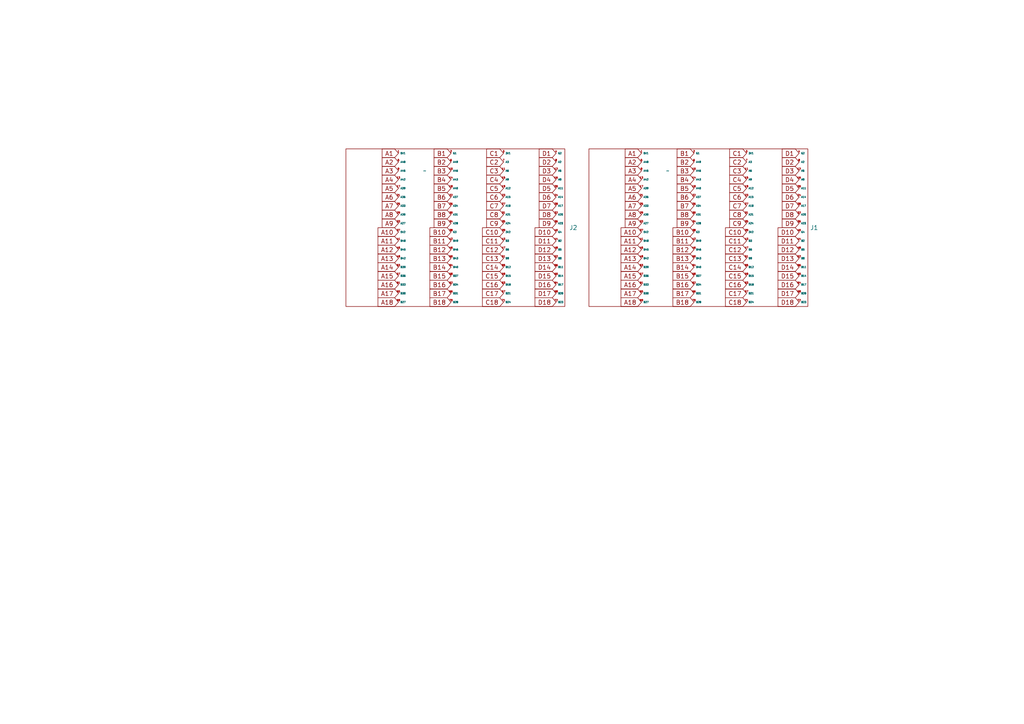
<source format=kicad_sch>
(kicad_sch (version 20230121) (generator eeschema)
  (paper "A4")
  (lib_symbols
    (symbol "POKEY:Proto_Con"
      (property "Reference" "J" (at -30.48 24.13 0))
      (symbol "Proto_Con_0_1"
        (rectangle (start -31.75 22.86) (end 31.75 -22.86))
      )
      (symbol "Proto_Con_1_1"
        (pin passive line (at -16.51 21.59 0) (length 0) (name "5V1") (number "1"))
        (pin passive line (at -1.27 16.51 0) (length 0) (name "A46") (number "10"))
        (pin passive line (at 13.97 16.51 0) (length 0) (name "A6") (number "11"))
        (pin passive line (at 29.21 16.51 0) (length 0) (name "A5") (number "12"))
        (pin passive line (at -16.51 13.97 0) (length 0) (name "A42") (number "13"))
        (pin passive line (at -1.27 13.97 0) (length 0) (name "A43") (number "14"))
        (pin passive line (at 13.97 13.97 0) (length 0) (name "A9") (number "15"))
        (pin passive line (at 29.21 13.97 0) (length 0) (name "A8") (number "16"))
        (pin passive line (at -16.51 11.43 0) (length 0) (name "A39") (number "17"))
        (pin passive line (at -1.27 11.43 0) (length 0) (name "A40") (number "18"))
        (pin passive line (at 13.97 11.43 0) (length 0) (name "A12") (number "19"))
        (pin passive line (at -1.27 21.59 0) (length 0) (name "G1") (number "2"))
        (pin passive line (at 29.21 11.43 0) (length 0) (name "A11") (number "20"))
        (pin passive line (at -16.51 8.89 0) (length 0) (name "A36") (number "21"))
        (pin passive line (at -1.27 8.89 0) (length 0) (name "A37") (number "22"))
        (pin passive line (at 13.97 8.89 0) (length 0) (name "A15") (number "23"))
        (pin passive line (at 29.21 8.89 0) (length 0) (name "A14") (number "24"))
        (pin passive line (at -16.51 6.35 0) (length 0) (name "A33") (number "25"))
        (pin passive line (at -1.27 6.35 0) (length 0) (name "A34") (number "26"))
        (pin passive line (at 13.97 6.35 0) (length 0) (name "A18") (number "27"))
        (pin passive line (at 29.21 6.35 0) (length 0) (name "A17") (number "28"))
        (pin passive line (at -16.51 3.81 0) (length 0) (name "A30") (number "29"))
        (pin passive line (at 13.97 21.59 0) (length 0) (name "3V1") (number "3"))
        (pin passive line (at -1.27 3.81 0) (length 0) (name "A31") (number "30"))
        (pin passive line (at 13.97 3.81 0) (length 0) (name "A21") (number "31"))
        (pin passive line (at 29.21 3.81 0) (length 0) (name "A20") (number "32"))
        (pin passive line (at -16.51 1.27 0) (length 0) (name "A27") (number "33"))
        (pin passive line (at -1.27 1.27 0) (length 0) (name "A28") (number "34"))
        (pin passive line (at 13.97 1.27 0) (length 0) (name "A24") (number "35"))
        (pin passive line (at 29.21 1.27 0) (length 0) (name "A23") (number "36"))
        (pin passive line (at -16.51 -1.27 0) (length 0) (name "5V2") (number "37"))
        (pin passive line (at -1.27 -1.27 0) (length 0) (name "G3") (number "38"))
        (pin passive line (at 13.97 -1.27 0) (length 0) (name "3V2") (number "39"))
        (pin passive line (at 29.21 21.59 0) (length 0) (name "G2") (number "4"))
        (pin passive line (at 29.21 -1.27 0) (length 0) (name "G4") (number "40"))
        (pin passive line (at -16.51 -3.81 0) (length 0) (name "B48") (number "41"))
        (pin passive line (at -1.27 -3.81 0) (length 0) (name "B49") (number "42"))
        (pin passive line (at 13.97 -3.81 0) (length 0) (name "B3") (number "43"))
        (pin passive line (at 29.21 -3.81 0) (length 0) (name "B2") (number "44"))
        (pin passive line (at -16.51 -6.35 0) (length 0) (name "B45") (number "45"))
        (pin passive line (at -1.27 -6.35 0) (length 0) (name "B46") (number "46"))
        (pin passive line (at 13.97 -6.35 0) (length 0) (name "B6") (number "47"))
        (pin passive line (at 29.21 -6.35 0) (length 0) (name "B5") (number "48"))
        (pin passive line (at -16.51 -8.89 0) (length 0) (name "B42") (number "49"))
        (pin passive line (at -16.51 19.05 0) (length 0) (name "A48") (number "5"))
        (pin passive line (at -1.27 -8.89 0) (length 0) (name "B43") (number "50"))
        (pin passive line (at 13.97 -8.89 0) (length 0) (name "B9") (number "51"))
        (pin passive line (at 29.21 -8.89 0) (length 0) (name "B8") (number "52"))
        (pin passive line (at -16.51 -11.43 0) (length 0) (name "B39") (number "53"))
        (pin passive line (at -1.27 -11.43 0) (length 0) (name "B40") (number "54"))
        (pin passive line (at 13.97 -11.43 0) (length 0) (name "B12") (number "55"))
        (pin passive line (at 29.21 -11.43 0) (length 0) (name "B11") (number "56"))
        (pin passive line (at -16.51 -13.97 0) (length 0) (name "B36") (number "57"))
        (pin passive line (at -1.27 -13.97 0) (length 0) (name "B37") (number "58"))
        (pin passive line (at 13.97 -13.97 0) (length 0) (name "B15") (number "59"))
        (pin passive line (at -1.27 19.05 0) (length 0) (name "A49") (number "6"))
        (pin passive line (at 29.21 -13.97 0) (length 0) (name "B14") (number "60"))
        (pin passive line (at -16.51 -16.51 0) (length 0) (name "B33") (number "61"))
        (pin passive line (at -1.27 -16.51 0) (length 0) (name "B34") (number "62"))
        (pin passive line (at 13.97 -16.51 0) (length 0) (name "B18") (number "63"))
        (pin passive line (at 29.21 -16.51 0) (length 0) (name "B17") (number "64"))
        (pin passive line (at -16.51 -19.05 0) (length 0) (name "B30") (number "65"))
        (pin passive line (at -1.27 -19.05 0) (length 0) (name "B31") (number "66"))
        (pin passive line (at 13.97 -19.05 0) (length 0) (name "B21") (number "67"))
        (pin passive line (at 29.21 -19.05 0) (length 0) (name "B20") (number "68"))
        (pin passive line (at -16.51 -21.59 0) (length 0) (name "B27") (number "69"))
        (pin passive line (at 13.97 19.05 0) (length 0) (name "A3") (number "7"))
        (pin passive line (at -1.27 -21.59 0) (length 0) (name "B28") (number "70"))
        (pin passive line (at 13.97 -21.59 0) (length 0) (name "B24") (number "71"))
        (pin passive line (at 29.21 -21.59 0) (length 0) (name "B23") (number "72"))
        (pin passive line (at 29.21 19.05 0) (length 0) (name "A2") (number "8"))
        (pin passive line (at -16.51 16.51 0) (length 0) (name "A45") (number "9"))
      )
    )
  )
  (global_label "B8" (shape input) (at 130.81 62.23 180) (property "Intersheetrefs" "${INTERSHEET_REFS}" (effects hide)))
  (global_label "D18" (shape input) (at 161.29 87.63 180) (property "Intersheetrefs" "${INTERSHEET_REFS}" (effects hide)))
  (global_label "D5" (shape input) (at 161.29 54.61 180) (property "Intersheetrefs" "${INTERSHEET_REFS}" (effects hide)))
  (global_label "D18" (shape input) (at 231.775 87.63 180) (property "Intersheetrefs" "${INTERSHEET_REFS}" (effects hide)))
  (global_label "B5" (shape input) (at 130.81 54.61 180) (property "Intersheetrefs" "${INTERSHEET_REFS}" (effects hide)))
  (global_label "D11" (shape input) (at 231.775 69.85 180) (property "Intersheetrefs" "${INTERSHEET_REFS}" (effects hide)))
  (global_label "B18" (shape input) (at 130.81 87.63 180) (property "Intersheetrefs" "${INTERSHEET_REFS}" (effects hide)))
  (global_label "C4" (shape input) (at 146.05 52.07 180) (property "Intersheetrefs" "${INTERSHEET_REFS}" (effects hide)))
  (global_label "A5" (shape input) (at 115.57 54.61 180) (property "Intersheetrefs" "${INTERSHEET_REFS}" (effects hide)))
  (global_label "C10" (shape input) (at 146.05 67.31 180) (property "Intersheetrefs" "${INTERSHEET_REFS}" (effects hide)))
  (global_label "D17" (shape input) (at 161.29 85.09 180) (property "Intersheetrefs" "${INTERSHEET_REFS}" (effects hide)))
  (global_label "A4" (shape input) (at 115.57 52.07 180) (property "Intersheetrefs" "${INTERSHEET_REFS}" (effects hide)))
  (global_label "B9" (shape input) (at 201.295 64.77 180) (property "Intersheetrefs" "${INTERSHEET_REFS}" (effects hide)))
  (global_label "C4" (shape input) (at 216.535 52.07 180) (property "Intersheetrefs" "${INTERSHEET_REFS}" (effects hide)))
  (global_label "B14" (shape input) (at 201.295 77.47 180) (property "Intersheetrefs" "${INTERSHEET_REFS}" (effects hide)))
  (global_label "A2" (shape input) (at 186.055 46.99 180) (property "Intersheetrefs" "${INTERSHEET_REFS}" (effects hide)))
  (global_label "B3" (shape input) (at 130.81 49.53 180) (property "Intersheetrefs" "${INTERSHEET_REFS}" (effects hide)))
  (global_label "A8" (shape input) (at 186.055 62.23 180) (property "Intersheetrefs" "${INTERSHEET_REFS}" (effects hide)))
  (global_label "B2" (shape input) (at 130.81 46.99 180) (property "Intersheetrefs" "${INTERSHEET_REFS}" (effects hide)))
  (global_label "D3" (shape input) (at 231.775 49.53 180) (property "Intersheetrefs" "${INTERSHEET_REFS}" (effects hide)))
  (global_label "C18" (shape input) (at 216.535 87.63 180) (property "Intersheetrefs" "${INTERSHEET_REFS}" (effects hide)))
  (global_label "A16" (shape input) (at 186.055 82.55 180) (property "Intersheetrefs" "${INTERSHEET_REFS}" (effects hide)))
  (global_label "B12" (shape input) (at 130.81 72.39 180) (property "Intersheetrefs" "${INTERSHEET_REFS}" (effects hide)))
  (global_label "D14" (shape input) (at 161.29 77.47 180) (property "Intersheetrefs" "${INTERSHEET_REFS}" (effects hide)))
  (global_label "C1" (shape input) (at 146.05 44.45 180) (property "Intersheetrefs" "${INTERSHEET_REFS}" (effects hide)))
  (global_label "D16" (shape input) (at 161.29 82.55 180) (property "Intersheetrefs" "${INTERSHEET_REFS}" (effects hide)))
  (global_label "B3" (shape input) (at 201.295 49.53 180) (property "Intersheetrefs" "${INTERSHEET_REFS}" (effects hide)))
  (global_label "B13" (shape input) (at 201.295 74.93 180) (property "Intersheetrefs" "${INTERSHEET_REFS}" (effects hide)))
  (global_label "C7" (shape input) (at 216.535 59.69 180) (property "Intersheetrefs" "${INTERSHEET_REFS}" (effects hide)))
  (global_label "B18" (shape input) (at 201.295 87.63 180) (property "Intersheetrefs" "${INTERSHEET_REFS}" (effects hide)))
  (global_label "A18" (shape input) (at 186.055 87.63 180) (property "Intersheetrefs" "${INTERSHEET_REFS}" (effects hide)))
  (global_label "C5" (shape input) (at 146.05 54.61 180) (property "Intersheetrefs" "${INTERSHEET_REFS}" (effects hide)))
  (global_label "A11" (shape input) (at 186.055 69.85 180) (property "Intersheetrefs" "${INTERSHEET_REFS}" (effects hide)))
  (global_label "D1" (shape input) (at 161.29 44.45 180) (property "Intersheetrefs" "${INTERSHEET_REFS}" (effects hide)))
  (global_label "C14" (shape input) (at 216.535 77.47 180) (property "Intersheetrefs" "${INTERSHEET_REFS}" (effects hide)))
  (global_label "B9" (shape input) (at 130.81 64.77 180) (property "Intersheetrefs" "${INTERSHEET_REFS}" (effects hide)))
  (global_label "C2" (shape input) (at 216.535 46.99 180) (property "Intersheetrefs" "${INTERSHEET_REFS}" (effects hide)))
  (global_label "B1" (shape input) (at 130.81 44.45 180) (property "Intersheetrefs" "${INTERSHEET_REFS}" (effects hide)))
  (global_label "A10" (shape input) (at 115.57 67.31 180) (property "Intersheetrefs" "${INTERSHEET_REFS}" (effects hide)))
  (global_label "D15" (shape input) (at 231.775 80.01 180) (property "Intersheetrefs" "${INTERSHEET_REFS}" (effects hide)))
  (global_label "D4" (shape input) (at 231.775 52.07 180) (property "Intersheetrefs" "${INTERSHEET_REFS}" (effects hide)))
  (global_label "C12" (shape input) (at 216.535 72.39 180) (property "Intersheetrefs" "${INTERSHEET_REFS}" (effects hide)))
  (global_label "C7" (shape input) (at 146.05 59.69 180) (property "Intersheetrefs" "${INTERSHEET_REFS}" (effects hide)))
  (global_label "D13" (shape input) (at 161.29 74.93 180) (property "Intersheetrefs" "${INTERSHEET_REFS}" (effects hide)))
  (global_label "A17" (shape input) (at 115.57 85.09 180) (property "Intersheetrefs" "${INTERSHEET_REFS}" (effects hide)))
  (global_label "D6" (shape input) (at 161.29 57.15 180) (property "Intersheetrefs" "${INTERSHEET_REFS}" (effects hide)))
  (global_label "C17" (shape input) (at 146.05 85.09 180) (property "Intersheetrefs" "${INTERSHEET_REFS}" (effects hide)))
  (global_label "C13" (shape input) (at 216.535 74.93 180) (property "Intersheetrefs" "${INTERSHEET_REFS}" (effects hide)))
  (global_label "B10" (shape input) (at 130.81 67.31 180) (property "Intersheetrefs" "${INTERSHEET_REFS}" (effects hide)))
  (global_label "C3" (shape input) (at 216.535 49.53 180) (property "Intersheetrefs" "${INTERSHEET_REFS}" (effects hide)))
  (global_label "A3" (shape input) (at 115.57 49.53 180) (property "Intersheetrefs" "${INTERSHEET_REFS}" (effects hide)))
  (global_label "B11" (shape input) (at 130.81 69.85 180) (property "Intersheetrefs" "${INTERSHEET_REFS}" (effects hide)))
  (global_label "D3" (shape input) (at 161.29 49.53 180) (property "Intersheetrefs" "${INTERSHEET_REFS}" (effects hide)))
  (global_label "D14" (shape input) (at 231.775 77.47 180) (property "Intersheetrefs" "${INTERSHEET_REFS}" (effects hide)))
  (global_label "D16" (shape input) (at 231.775 82.55 180) (property "Intersheetrefs" "${INTERSHEET_REFS}" (effects hide)))
  (global_label "C5" (shape input) (at 216.535 54.61 180) (property "Intersheetrefs" "${INTERSHEET_REFS}" (effects hide)))
  (global_label "C14" (shape input) (at 146.05 77.47 180) (property "Intersheetrefs" "${INTERSHEET_REFS}" (effects hide)))
  (global_label "A18" (shape input) (at 115.57 87.63 180) (property "Intersheetrefs" "${INTERSHEET_REFS}" (effects hide)))
  (global_label "C16" (shape input) (at 216.535 82.55 180) (property "Intersheetrefs" "${INTERSHEET_REFS}" (effects hide)))
  (global_label "D6" (shape input) (at 231.775 57.15 180) (property "Intersheetrefs" "${INTERSHEET_REFS}" (effects hide)))
  (global_label "B17" (shape input) (at 130.81 85.09 180) (property "Intersheetrefs" "${INTERSHEET_REFS}" (effects hide)))
  (global_label "A8" (shape input) (at 115.57 62.23 180) (property "Intersheetrefs" "${INTERSHEET_REFS}" (effects hide)))
  (global_label "D9" (shape input) (at 161.29 64.77 180) (property "Intersheetrefs" "${INTERSHEET_REFS}" (effects hide)))
  (global_label "A9" (shape input) (at 115.57 64.77 180) (property "Intersheetrefs" "${INTERSHEET_REFS}" (effects hide)))
  (global_label "B4" (shape input) (at 201.295 52.07 180) (property "Intersheetrefs" "${INTERSHEET_REFS}" (effects hide)))
  (global_label "A7" (shape input) (at 186.055 59.69 180) (property "Intersheetrefs" "${INTERSHEET_REFS}" (effects hide)))
  (global_label "B1" (shape input) (at 201.295 44.45 180) (property "Intersheetrefs" "${INTERSHEET_REFS}" (effects hide)))
  (global_label "B11" (shape input) (at 201.295 69.85 180) (property "Intersheetrefs" "${INTERSHEET_REFS}" (effects hide)))
  (global_label "C2" (shape input) (at 146.05 46.99 180) (property "Intersheetrefs" "${INTERSHEET_REFS}" (effects hide)))
  (global_label "D5" (shape input) (at 231.775 54.61 180) (property "Intersheetrefs" "${INTERSHEET_REFS}" (effects hide)))
  (global_label "A14" (shape input) (at 186.055 77.47 180) (property "Intersheetrefs" "${INTERSHEET_REFS}" (effects hide)))
  (global_label "A14" (shape input) (at 115.57 77.47 180) (property "Intersheetrefs" "${INTERSHEET_REFS}" (effects hide)))
  (global_label "B7" (shape input) (at 201.295 59.69 180) (property "Intersheetrefs" "${INTERSHEET_REFS}" (effects hide)))
  (global_label "A10" (shape input) (at 186.055 67.31 180) (property "Intersheetrefs" "${INTERSHEET_REFS}" (effects hide)))
  (global_label "B16" (shape input) (at 201.295 82.55 180) (property "Intersheetrefs" "${INTERSHEET_REFS}" (effects hide)))
  (global_label "A2" (shape input) (at 115.57 46.99 180) (property "Intersheetrefs" "${INTERSHEET_REFS}" (effects hide)))
  (global_label "C8" (shape input) (at 146.05 62.23 180) (property "Intersheetrefs" "${INTERSHEET_REFS}" (effects hide)))
  (global_label "C11" (shape input) (at 216.535 69.85 180) (property "Intersheetrefs" "${INTERSHEET_REFS}" (effects hide)))
  (global_label "D12" (shape input) (at 231.775 72.39 180) (property "Intersheetrefs" "${INTERSHEET_REFS}" (effects hide)))
  (global_label "C6" (shape input) (at 146.05 57.15 180) (property "Intersheetrefs" "${INTERSHEET_REFS}" (effects hide)))
  (global_label "D11" (shape input) (at 161.29 69.85 180) (property "Intersheetrefs" "${INTERSHEET_REFS}" (effects hide)))
  (global_label "D2" (shape input) (at 161.29 46.99 180) (property "Intersheetrefs" "${INTERSHEET_REFS}" (effects hide)))
  (global_label "D10" (shape input) (at 161.29 67.31 180) (property "Intersheetrefs" "${INTERSHEET_REFS}" (effects hide)))
  (global_label "D13" (shape input) (at 231.775 74.93 180) (property "Intersheetrefs" "${INTERSHEET_REFS}" (effects hide)))
  (global_label "B7" (shape input) (at 130.81 59.69 180) (property "Intersheetrefs" "${INTERSHEET_REFS}" (effects hide)))
  (global_label "A5" (shape input) (at 186.055 54.61 180) (property "Intersheetrefs" "${INTERSHEET_REFS}" (effects hide)))
  (global_label "D12" (shape input) (at 161.29 72.39 180) (property "Intersheetrefs" "${INTERSHEET_REFS}" (effects hide)))
  (global_label "D8" (shape input) (at 161.29 62.23 180) (property "Intersheetrefs" "${INTERSHEET_REFS}" (effects hide)))
  (global_label "C11" (shape input) (at 146.05 69.85 180) (property "Intersheetrefs" "${INTERSHEET_REFS}" (effects hide)))
  (global_label "A16" (shape input) (at 115.57 82.55 180) (property "Intersheetrefs" "${INTERSHEET_REFS}" (effects hide)))
  (global_label "C3" (shape input) (at 146.05 49.53 180) (property "Intersheetrefs" "${INTERSHEET_REFS}" (effects hide)))
  (global_label "B4" (shape input) (at 130.81 52.07 180) (property "Intersheetrefs" "${INTERSHEET_REFS}" (effects hide)))
  (global_label "C9" (shape input) (at 216.535 64.77 180) (property "Intersheetrefs" "${INTERSHEET_REFS}" (effects hide)))
  (global_label "A7" (shape input) (at 115.57 59.69 180) (property "Intersheetrefs" "${INTERSHEET_REFS}" (effects hide)))
  (global_label "C17" (shape input) (at 216.535 85.09 180) (property "Intersheetrefs" "${INTERSHEET_REFS}" (effects hide)))
  (global_label "B6" (shape input) (at 201.295 57.15 180) (property "Intersheetrefs" "${INTERSHEET_REFS}" (effects hide)))
  (global_label "D8" (shape input) (at 231.775 62.23 180) (property "Intersheetrefs" "${INTERSHEET_REFS}" (effects hide)))
  (global_label "A15" (shape input) (at 115.57 80.01 180) (property "Intersheetrefs" "${INTERSHEET_REFS}" (effects hide)))
  (global_label "A3" (shape input) (at 186.055 49.53 180) (property "Intersheetrefs" "${INTERSHEET_REFS}" (effects hide)))
  (global_label "C13" (shape input) (at 146.05 74.93 180) (property "Intersheetrefs" "${INTERSHEET_REFS}" (effects hide)))
  (global_label "A13" (shape input) (at 186.055 74.93 180) (property "Intersheetrefs" "${INTERSHEET_REFS}" (effects hide)))
  (global_label "A13" (shape input) (at 115.57 74.93 180) (property "Intersheetrefs" "${INTERSHEET_REFS}" (effects hide)))
  (global_label "A12" (shape input) (at 115.57 72.39 180) (property "Intersheetrefs" "${INTERSHEET_REFS}" (effects hide)))
  (global_label "A6" (shape input) (at 115.57 57.15 180) (property "Intersheetrefs" "${INTERSHEET_REFS}" (effects hide)))
  (global_label "C6" (shape input) (at 216.535 57.15 180) (property "Intersheetrefs" "${INTERSHEET_REFS}" (effects hide)))
  (global_label "B17" (shape input) (at 201.295 85.09 180) (property "Intersheetrefs" "${INTERSHEET_REFS}" (effects hide)))
  (global_label "D2" (shape input) (at 231.775 46.99 180) (property "Intersheetrefs" "${INTERSHEET_REFS}" (effects hide)))
  (global_label "A15" (shape input) (at 186.055 80.01 180) (property "Intersheetrefs" "${INTERSHEET_REFS}" (effects hide)))
  (global_label "A12" (shape input) (at 186.055 72.39 180) (property "Intersheetrefs" "${INTERSHEET_REFS}" (effects hide)))
  (global_label "C10" (shape input) (at 216.535 67.31 180) (property "Intersheetrefs" "${INTERSHEET_REFS}" (effects hide)))
  (global_label "C18" (shape input) (at 146.05 87.63 180) (property "Intersheetrefs" "${INTERSHEET_REFS}" (effects hide)))
  (global_label "D10" (shape input) (at 231.775 67.31 180) (property "Intersheetrefs" "${INTERSHEET_REFS}" (effects hide)))
  (global_label "B15" (shape input) (at 201.295 80.01 180) (property "Intersheetrefs" "${INTERSHEET_REFS}" (effects hide)))
  (global_label "A6" (shape input) (at 186.055 57.15 180) (property "Intersheetrefs" "${INTERSHEET_REFS}" (effects hide)))
  (global_label "D17" (shape input) (at 231.775 85.09 180) (property "Intersheetrefs" "${INTERSHEET_REFS}" (effects hide)))
  (global_label "B15" (shape input) (at 130.81 80.01 180) (property "Intersheetrefs" "${INTERSHEET_REFS}" (effects hide)))
  (global_label "D4" (shape input) (at 161.29 52.07 180) (property "Intersheetrefs" "${INTERSHEET_REFS}" (effects hide)))
  (global_label "D15" (shape input) (at 161.29 80.01 180) (property "Intersheetrefs" "${INTERSHEET_REFS}" (effects hide)))
  (global_label "A1" (shape input) (at 115.57 44.45 180) (property "Intersheetrefs" "${INTERSHEET_REFS}" (effects hide)))
  (global_label "A9" (shape input) (at 186.055 64.77 180) (property "Intersheetrefs" "${INTERSHEET_REFS}" (effects hide)))
  (global_label "B14" (shape input) (at 130.81 77.47 180) (property "Intersheetrefs" "${INTERSHEET_REFS}" (effects hide)))
  (global_label "B13" (shape input) (at 130.81 74.93 180) (property "Intersheetrefs" "${INTERSHEET_REFS}" (effects hide)))
  (global_label "C8" (shape input) (at 216.535 62.23 180) (property "Intersheetrefs" "${INTERSHEET_REFS}" (effects hide)))
  (global_label "B16" (shape input) (at 130.81 82.55 180) (property "Intersheetrefs" "${INTERSHEET_REFS}" (effects hide)))
  (global_label "B5" (shape input) (at 201.295 54.61 180) (property "Intersheetrefs" "${INTERSHEET_REFS}" (effects hide)))
  (global_label "C1" (shape input) (at 216.535 44.45 180) (property "Intersheetrefs" "${INTERSHEET_REFS}" (effects hide)))
  (global_label "B8" (shape input) (at 201.295 62.23 180) (property "Intersheetrefs" "${INTERSHEET_REFS}" (effects hide)))
  (global_label "D9" (shape input) (at 231.775 64.77 180) (property "Intersheetrefs" "${INTERSHEET_REFS}" (effects hide)))
  (global_label "A4" (shape input) (at 186.055 52.07 180) (property "Intersheetrefs" "${INTERSHEET_REFS}" (effects hide)))
  (global_label "B6" (shape input) (at 130.81 57.15 180) (property "Intersheetrefs" "${INTERSHEET_REFS}" (effects hide)))
  (global_label "A1" (shape input) (at 186.055 44.45 180) (property "Intersheetrefs" "${INTERSHEET_REFS}" (effects hide)))
  (global_label "B12" (shape input) (at 201.295 72.39 180) (property "Intersheetrefs" "${INTERSHEET_REFS}" (effects hide)))
  (global_label "C15" (shape input) (at 146.05 80.01 180) (property "Intersheetrefs" "${INTERSHEET_REFS}" (effects hide)))
  (global_label "D7" (shape input) (at 161.29 59.69 180) (property "Intersheetrefs" "${INTERSHEET_REFS}" (effects hide)))
  (global_label "A11" (shape input) (at 115.57 69.85 180) (property "Intersheetrefs" "${INTERSHEET_REFS}" (effects hide)))
  (global_label "B10" (shape input) (at 201.295 67.31 180) (property "Intersheetrefs" "${INTERSHEET_REFS}" (effects hide)))
  (global_label "C9" (shape input) (at 146.05 64.77 180) (property "Intersheetrefs" "${INTERSHEET_REFS}" (effects hide)))
  (global_label "C12" (shape input) (at 146.05 72.39 180) (property "Intersheetrefs" "${INTERSHEET_REFS}" (effects hide)))
  (global_label "D1" (shape input) (at 231.775 44.45 180) (property "Intersheetrefs" "${INTERSHEET_REFS}" (effects hide)))
  (global_label "C15" (shape input) (at 216.535 80.01 180) (property "Intersheetrefs" "${INTERSHEET_REFS}" (effects hide)))
  (global_label "A17" (shape input) (at 186.055 85.09 180) (property "Intersheetrefs" "${INTERSHEET_REFS}" (effects hide)))
  (global_label "C16" (shape input) (at 146.05 82.55 180) (property "Intersheetrefs" "${INTERSHEET_REFS}" (effects hide)))
  (global_label "D7" (shape input) (at 231.775 59.69 180) (property "Intersheetrefs" "${INTERSHEET_REFS}" (effects hide)))
  (global_label "B2" (shape input) (at 201.295 46.99 180) (property "Intersheetrefs" "${INTERSHEET_REFS}" (effects hide)))
  (symbol (lib_id "POKEY:Proto_Con") (at 202.565 66.04 0) (unit 1)
    (property "Reference" "J1" (at 234.95 66.04 0) (effects (justify left)))
    (property "Value" "~" (at 193.675 49.53 0))
    (property "Footprint" "POKEY_Footprints:Proto-72Pin" (effects hide))
  )
  (symbol (lib_id "POKEY:Proto_Con") (at 132.08 66.04 0) (unit 1)
    (property "Reference" "J2" (at 165.1 66.04 0) (effects (justify left)))
    (property "Value" "~" (at 123.19 49.53 0))
    (property "Footprint" "POKEY_Footprints:Proto-72Pin" (effects hide))
  )
)
</source>
